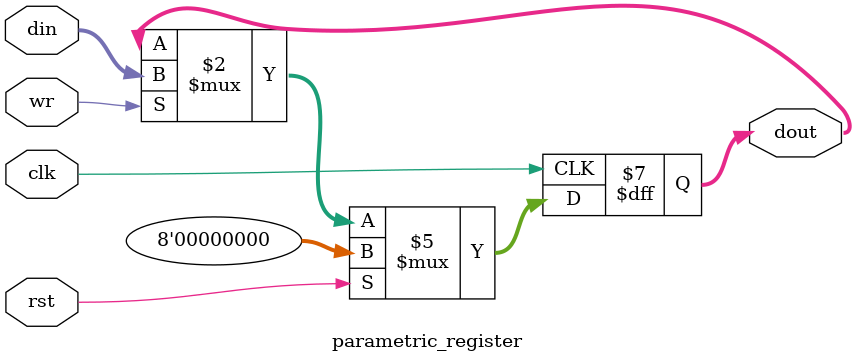
<source format=sv>
module parametric_register #(
    parameter WIDTH = 8  
)(
    input wire clk,
    input wire rst,            
    input wire wr,             
    input wire [WIDTH-1:0] din,
    output reg [WIDTH-1:0] dout
);

always @(posedge clk) begin
    if (rst)
        dout <= {WIDTH{1'b0}};  
    else if (wr)
        dout <= din;            
    
end

endmodule

</source>
